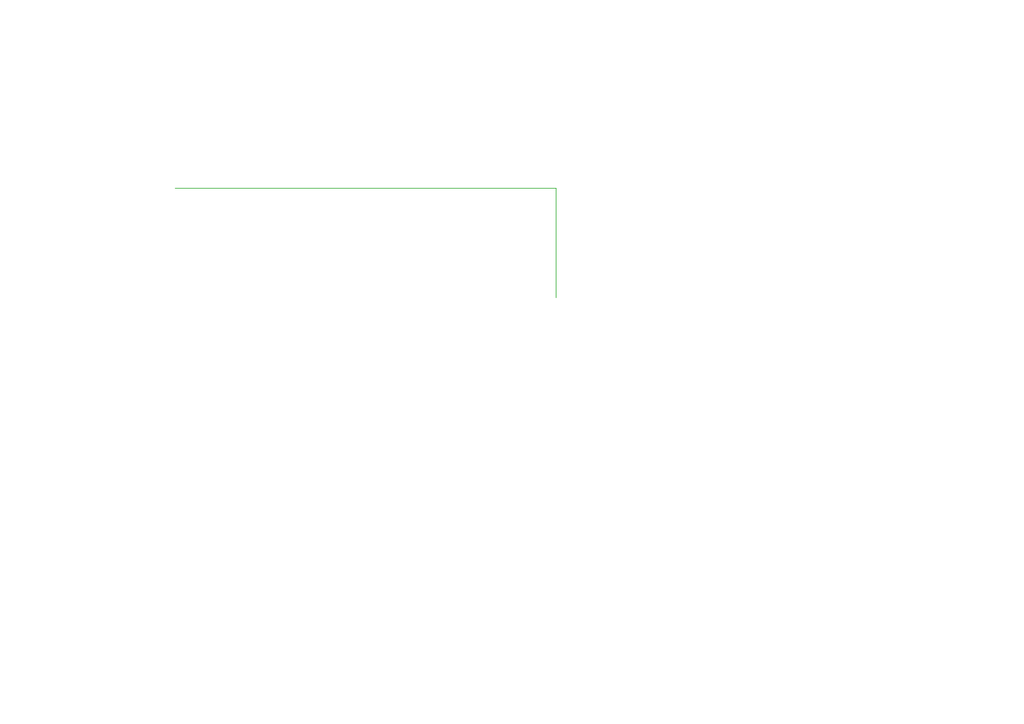
<source format=kicad_sch>
(kicad_sch
	(version 20250114)
	(generator "eeschema")
	(generator_version "9.0")
	(uuid "edac787c-3759-490a-b0c1-b3921b68d461")
	(paper "A4")
	(lib_symbols)
	(wire
		(pts
			(xy 50.8 54.61) (xy 161.29 54.61)
		)
		(stroke
			(width 0)
			(type default)
		)
		(uuid "5a2caae4-384c-4052-8755-233bc8a47902")
	)
	(wire
		(pts
			(xy 161.29 54.61) (xy 161.29 86.36)
		)
		(stroke
			(width 0)
			(type default)
		)
		(uuid "c198912c-1043-4386-8eb1-ac92af4aafc1")
	)
)

</source>
